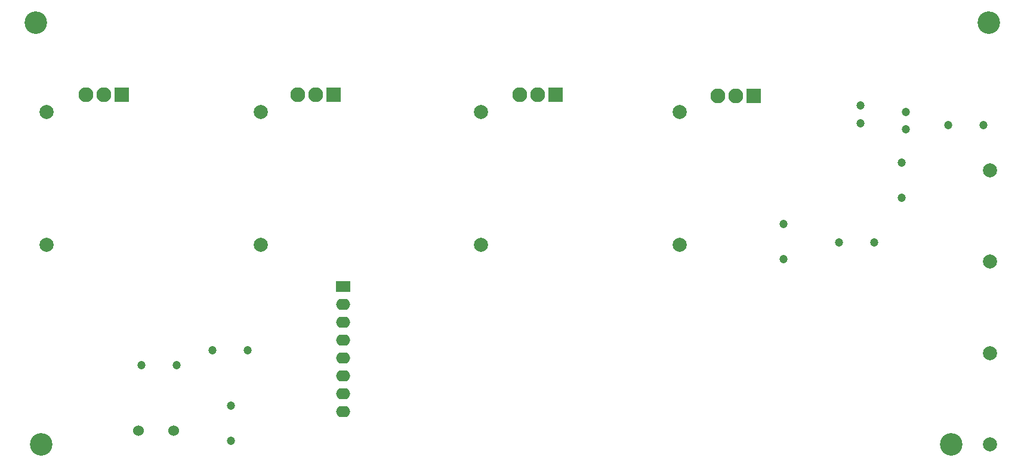
<source format=gbs>
G04*
G04 #@! TF.GenerationSoftware,Altium Limited,Altium Designer,20.0.7 (75)*
G04*
G04 Layer_Color=16711935*
%FSLAX25Y25*%
%MOIN*%
G70*
G01*
G75*
%ADD57C,0.07894*%
%ADD58C,0.04744*%
%ADD59C,0.12618*%
%ADD60R,0.08288X0.08288*%
%ADD61C,0.08288*%
%ADD62C,0.06020*%
%ADD63R,0.07894X0.06319*%
%ADD64O,0.07894X0.06319*%
D57*
X3661811Y720472D02*
D03*
Y669291D02*
D03*
Y618110D02*
D03*
Y566929D02*
D03*
X3488500Y752913D02*
D03*
Y678740D02*
D03*
X3134851D02*
D03*
Y752913D02*
D03*
X3377559D02*
D03*
Y678740D02*
D03*
X3254331D02*
D03*
Y752913D02*
D03*
D58*
X3546358Y670768D02*
D03*
Y690453D02*
D03*
X3612598Y724803D02*
D03*
Y705118D02*
D03*
X3577559Y679921D02*
D03*
X3597244D02*
D03*
X3237795Y588583D02*
D03*
Y568898D02*
D03*
X3247244Y619685D02*
D03*
X3227559D02*
D03*
X3658268Y745669D02*
D03*
X3638583D02*
D03*
X3187795Y611417D02*
D03*
X3207480D02*
D03*
X3589370Y756693D02*
D03*
Y746850D02*
D03*
X3614960Y743307D02*
D03*
Y753150D02*
D03*
D59*
X3640157Y566929D02*
D03*
X3128740Y803150D02*
D03*
X3131890Y566929D02*
D03*
X3661024Y803150D02*
D03*
D60*
X3176772Y762598D02*
D03*
X3295275D02*
D03*
X3419291D02*
D03*
X3529900Y762047D02*
D03*
D61*
X3166772Y762598D02*
D03*
X3156772D02*
D03*
X3275275D02*
D03*
X3285276D02*
D03*
X3409291D02*
D03*
X3399291D02*
D03*
X3509900Y762047D02*
D03*
X3519900D02*
D03*
D62*
X3205906Y574803D02*
D03*
X3186221D02*
D03*
D63*
X3300471Y655361D02*
D03*
D64*
Y645361D02*
D03*
Y635361D02*
D03*
Y625361D02*
D03*
Y615361D02*
D03*
Y605361D02*
D03*
Y595361D02*
D03*
Y585361D02*
D03*
M02*

</source>
